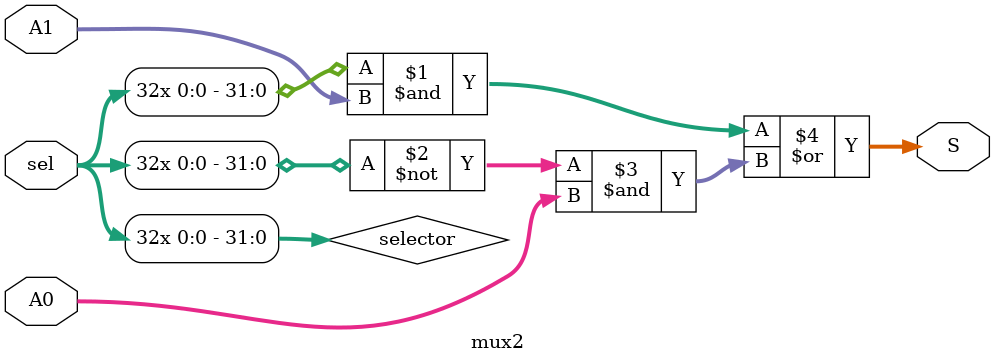
<source format=v>
`timescale 1ns / 1ps
module mux2(
 output [31:0] S,
 input [31:0] A0,A1,
 input sel
);
wire [31:0] selector;
genvar i;
generate for( i=0;i<32;i=i+1)
begin
    assign selector[i]=sel;
end
endgenerate
//assign S = sel? A1 : A0;
assign S=selector&A1 | (~selector)&A0;
endmodule

</source>
